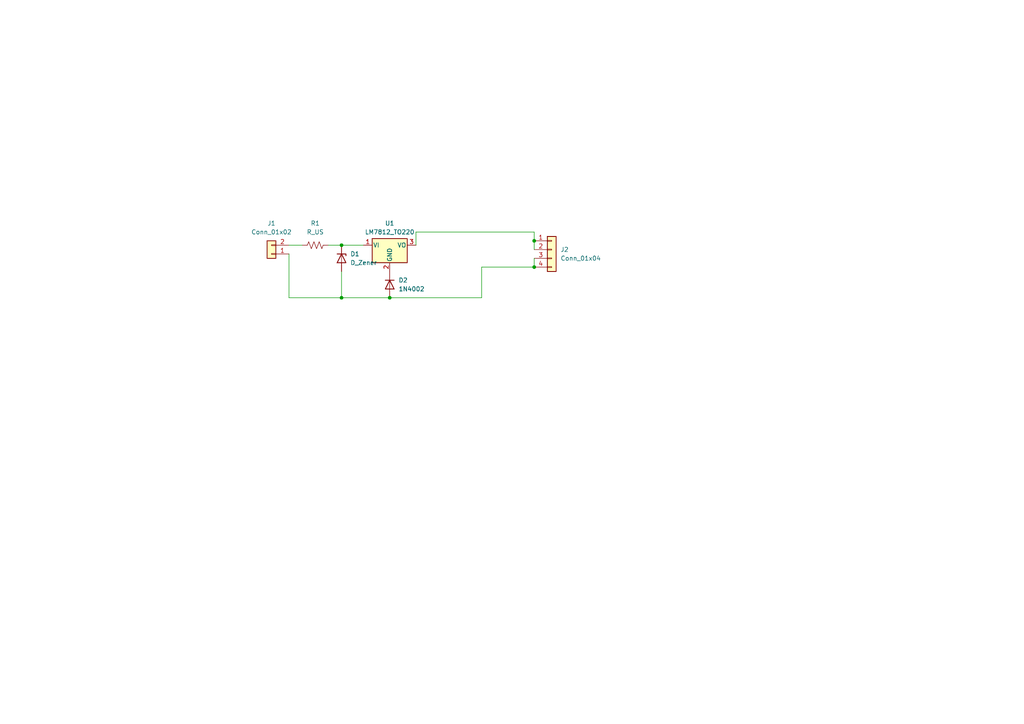
<source format=kicad_sch>
(kicad_sch (version 20231120) (generator "eeschema") (generator_version "8.0")
  (paper "A4")
  (lib_symbols
    (symbol "Connector_Generic:Conn_01x02" (pin_names (offset 1.016) hide)
      (property "Reference" "J" (at 0 2.54 0))
      (property "Value" "Conn_01x02" (at 0 -5.08 0))
      (symbol "Conn_01x02_1_1"
        (rectangle (start -1.27 -2.413) (end 0 -2.667) (stroke (width 0.1524)))
        (rectangle (start -1.27 0.127) (end 0 -0.127) (stroke (width 0.1524)))
        (rectangle (start -1.27 1.27) (end 1.27 -3.81) (stroke (width 0.254)) (fill (type background)))
        (pin passive line (at -5.08 0 0) (length 3.81) (name "Pin_1") (number "1"))
        (pin passive line (at -5.08 -2.54 0) (length 3.81) (name "Pin_2") (number "2"))
      )
    )
    (symbol "Connector_Generic:Conn_01x04" (pin_names (offset 1.016) hide)
      (property "Reference" "J" (at 0 5.08 0))
      (property "Value" "Conn_01x04" (at 0 -7.62 0))
      (symbol "Conn_01x04_1_1"
        (rectangle (start -1.27 -4.953) (end 0 -5.207) (stroke (width 0.1524)))
        (rectangle (start -1.27 -2.413) (end 0 -2.667) (stroke (width 0.1524)))
        (rectangle (start -1.27 0.127) (end 0 -0.127) (stroke (width 0.1524)))
        (rectangle (start -1.27 2.667) (end 0 2.413) (stroke (width 0.1524)))
        (rectangle (start -1.27 3.81) (end 1.27 -6.35) (stroke (width 0.254)) (fill (type background)))
        (pin passive line (at -5.08 2.54 0) (length 3.81) (name "Pin_1") (number "1"))
        (pin passive line (at -5.08 0 0) (length 3.81) (name "Pin_2") (number "2"))
        (pin passive line (at -5.08 -2.54 0) (length 3.81) (name "Pin_3") (number "3"))
        (pin passive line (at -5.08 -5.08 0) (length 3.81) (name "Pin_4") (number "4"))
      )
    )
    (symbol "Device:D_Zener" (pin_numbers hide) (pin_names (offset 1.016) hide)
      (property "Reference" "D" (at 0 2.54 0))
      (property "Value" "D_Zener" (at 0 -2.54 0))
      (symbol "D_Zener_0_1"
        (polyline (pts (xy 1.27 0) (xy -1.27 0)))
        (polyline (pts (xy -1.27 -1.27) (xy -1.27 1.27) (xy -0.762 1.27)) (stroke (width 0.254)))
        (polyline (pts (xy 1.27 -1.27) (xy 1.27 1.27) (xy -1.27 0) (xy 1.27 -1.27)) (stroke (width 0.254)))
      )
      (symbol "D_Zener_1_1"
        (pin passive line (at -3.81 0 0) (length 2.54) (name "K") (number "1"))
        (pin passive line (at 3.81 0 180) (length 2.54) (name "A") (number "2"))
      )
    )
    (symbol "Device:R_US" (pin_numbers hide) (pin_names (offset 0))
      (property "Reference" "R" (at 2.54 0 90))
      (property "Value" "R_US" (at -2.54 0 90))
      (symbol "R_US_0_1"
        (polyline (pts (xy 0 -2.286) (xy 0 -2.54)))
        (polyline (pts (xy 0 2.286) (xy 0 2.54)))
        (polyline (pts (xy 0 -0.762) (xy 1.016 -1.143) (xy 0 -1.524) (xy -1.016 -1.905) (xy 0 -2.286)))
        (polyline (pts (xy 0 0.762) (xy 1.016 0.381) (xy 0 0) (xy -1.016 -0.381) (xy 0 -0.762)))
        (polyline (pts (xy 0 2.286) (xy 1.016 1.905) (xy 0 1.524) (xy -1.016 1.143) (xy 0 0.762)))
      )
      (symbol "R_US_1_1"
        (pin passive line (at 0 3.81 270) (length 1.27) (name "~") (number "1"))
        (pin passive line (at 0 -3.81 90) (length 1.27) (name "~") (number "2"))
      )
    )
    (symbol "Diode:1N4002" (pin_numbers hide) (pin_names hide)
      (property "Reference" "D" (at 0 2.54 0))
      (property "Value" "1N4002" (at 0 -2.54 0))
      (symbol "1N4002_0_1"
        (polyline (pts (xy -1.27 1.27) (xy -1.27 -1.27)) (stroke (width 0.254)))
        (polyline (pts (xy 1.27 0) (xy -1.27 0)))
        (polyline (pts (xy 1.27 1.27) (xy 1.27 -1.27) (xy -1.27 0) (xy 1.27 1.27)) (stroke (width 0.254)))
      )
      (symbol "1N4002_1_1"
        (pin passive line (at -3.81 0 0) (length 2.54) (name "K") (number "1"))
        (pin passive line (at 3.81 0 180) (length 2.54) (name "A") (number "2"))
      )
    )
    (symbol "Regulator_Linear:LM7812_TO220" (pin_names (offset 0.254))
      (property "Reference" "U" (at -3.81 3.175 0))
      (property "Value" "LM7812_TO220" (at 0 3.175 0))
      (symbol "LM7812_TO220_0_1"
        (rectangle (start -5.08 1.905) (end 5.08 -5.08) (stroke (width 0.254)) (fill (type background)))
      )
      (symbol "LM7812_TO220_1_1"
        (pin power_in line (at -7.62 0 0) (length 2.54) (name "VI") (number "1"))
        (pin power_in line (at 0 -7.62 90) (length 2.54) (name "GND") (number "2"))
        (pin power_out line (at 7.62 0 180) (length 2.54) (name "VO") (number "3"))
      )
    )
  )
  (junction (at 99.06 71.12))
  (junction (at 154.94 77.47))
  (junction (at 99.06 86.36))
  (junction (at 113.03 86.36))
  (junction (at 154.94 69.85))
  (wire (pts (xy 113.03 86.36) (xy 99.06 86.36)))
  (wire (pts (xy 99.06 86.36) (xy 83.82 86.36)))
  (wire (pts (xy 83.82 71.12) (xy 87.63 71.12)))
  (wire (pts (xy 154.94 77.47) (xy 139.7 77.47)))
  (wire (pts (xy 83.82 86.36) (xy 83.82 73.66)))
  (wire (pts (xy 95.25 71.12) (xy 99.06 71.12)))
  (wire (pts (xy 154.94 74.93) (xy 154.94 77.47)))
  (wire (pts (xy 99.06 78.74) (xy 99.06 86.36)))
  (wire (pts (xy 139.7 86.36) (xy 113.03 86.36)))
  (wire (pts (xy 120.65 71.12) (xy 120.65 67.31)))
  (wire (pts (xy 120.65 67.31) (xy 154.94 67.31)))
  (wire (pts (xy 154.94 69.85) (xy 154.94 72.39)))
  (wire (pts (xy 99.06 71.12) (xy 105.41 71.12)))
  (wire (pts (xy 139.7 77.47) (xy 139.7 86.36)))
  (wire (pts (xy 154.94 67.31) (xy 154.94 69.85)))
  (symbol (lib_id "Diode:1N4002") (at 113.03 82.55 270) (unit 1)
    (property "Reference" "D2" (at 115.57 81.2799 90) (effects (justify left)))
    (property "Value" "1N4002" (at 115.57 83.8199 90) (effects (justify left)))
    (property "Footprint" "Diode_THT:D_DO-41_SOD81_P10.16mm_Horizontal" (effects (hide yes)))
    (property "Datasheet" "http://www.vishay.com/docs/88503/1n4001.pdf" (effects (hide yes)))
    (property "Description" "100V 1A General Purpose Rectifier Diode, DO-41" (effects (hide yes)))
    (property "Sim.Device" "D" (effects (hide yes)))
    (property "Sim.Pins" "1=K 2=A" (effects (hide yes)))
  )
  (symbol (lib_id "Device:D_Zener") (at 99.06 74.93 270) (unit 1)
    (property "Reference" "D1" (at 101.6 73.6599 90) (effects (justify left)))
    (property "Value" "D_Zener" (at 101.6 76.1999 90) (effects (justify left)))
    (property "Description" "Zener diode" (effects (hide yes)))
  )
  (symbol (lib_id "Regulator_Linear:LM7812_TO220") (at 113.03 71.12 0) (unit 1)
    (property "Reference" "U1" (at 113.03 64.77 0))
    (property "Value" "LM7812_TO220" (at 113.03 67.31 0))
    (property "Footprint" "Package_TO_SOT_THT:TO-220-3_Vertical" (effects (hide yes)))
    (property "Datasheet" "https://www.onsemi.cn/PowerSolutions/document/MC7800-D.PDF" (effects (hide yes)))
    (property "Description" "Positive 1A 35V Linear Regulator, Fixed Output 12V, TO-220" (effects (hide yes)))
  )
  (symbol (lib_id "Connector_Generic:Conn_01x04") (at 160.02 72.39 0) (unit 1)
    (property "Reference" "J2" (at 162.56 72.3899 0) (effects (justify left)))
    (property "Value" "Conn_01x04" (at 162.56 74.9299 0) (effects (justify left)))
    (property "Description" "Generic connector, single row, 01x04, script generated (kicad-library-utils/schlib/autogen/connector/)" (effects (hide yes)))
  )
  (symbol (lib_id "Device:R_US") (at 91.44 71.12 270) (unit 1)
    (property "Reference" "R1" (at 91.44 64.77 90))
    (property "Value" "R_US" (at 91.44 67.31 90))
    (property "Description" "Resistor, US symbol" (effects (hide yes)))
  )
  (symbol (lib_id "Connector_Generic:Conn_01x02") (at 78.74 73.66 180) (unit 1)
    (property "Reference" "J1" (at 78.74 64.77 0))
    (property "Value" "Conn_01x02" (at 78.74 67.31 0))
    (property "Description" "Generic connector, single row, 01x02, script generated (kicad-library-utils/schlib/autogen/connector/)" (effects (hide yes)))
  )
)
</source>
